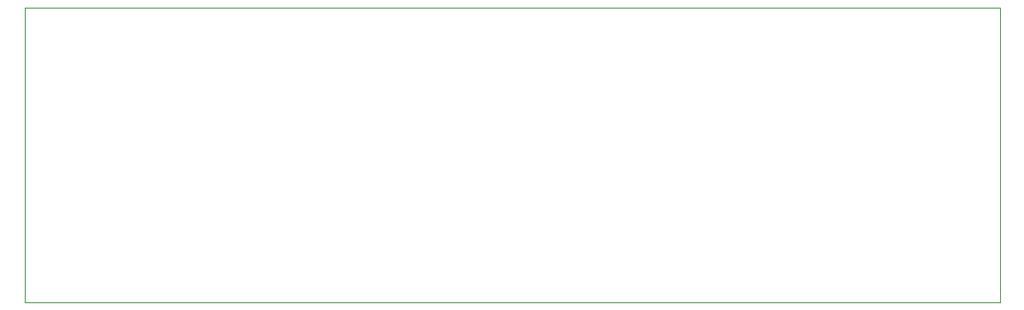
<source format=gbr>
G04 #@! TF.GenerationSoftware,KiCad,Pcbnew,(5.1.8)-1*
G04 #@! TF.CreationDate,2022-02-21T20:21:33+03:00*
G04 #@! TF.ProjectId,template,74656d70-6c61-4746-952e-6b696361645f,rev?*
G04 #@! TF.SameCoordinates,Original*
G04 #@! TF.FileFunction,Profile,NP*
%FSLAX46Y46*%
G04 Gerber Fmt 4.6, Leading zero omitted, Abs format (unit mm)*
G04 Created by KiCad (PCBNEW (5.1.8)-1) date 2022-02-21 20:21:33*
%MOMM*%
%LPD*%
G01*
G04 APERTURE LIST*
G04 #@! TA.AperFunction,Profile*
%ADD10C,0.050000*%
G04 #@! TD*
G04 APERTURE END LIST*
D10*
X22860000Y-38100000D02*
X22860000Y-67310000D01*
X119380000Y-38100000D02*
X22860000Y-38100000D01*
X119380000Y-67310000D02*
X119380000Y-38100000D01*
X22860000Y-67310000D02*
X119380000Y-67310000D01*
M02*

</source>
